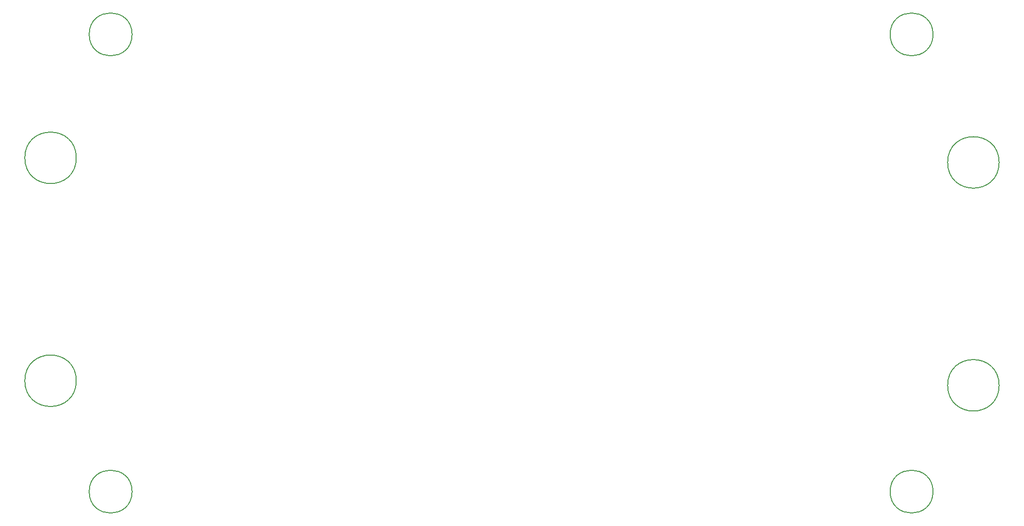
<source format=gbr>
%TF.GenerationSoftware,KiCad,Pcbnew,(6.0.9)*%
%TF.CreationDate,2023-02-19T12:57:17+02:00*%
%TF.ProjectId,Power,506f7765-722e-46b6-9963-61645f706362,rev?*%
%TF.SameCoordinates,Original*%
%TF.FileFunction,Other,Comment*%
%FSLAX46Y46*%
G04 Gerber Fmt 4.6, Leading zero omitted, Abs format (unit mm)*
G04 Created by KiCad (PCBNEW (6.0.9)) date 2023-02-19 12:57:17*
%MOMM*%
%LPD*%
G01*
G04 APERTURE LIST*
%ADD10C,0.150000*%
G04 APERTURE END LIST*
D10*
%TO.C,H3*%
X48750000Y-65000000D02*
G75*
G03*
X48750000Y-65000000I-3750000J0D01*
G01*
%TO.C,H1*%
X188750000Y-145000000D02*
G75*
G03*
X188750000Y-145000000I-3750000J0D01*
G01*
%TO.C,H9*%
X200300000Y-126400000D02*
G75*
G03*
X200300000Y-126400000I-4500000J0D01*
G01*
%TO.C,H4*%
X48750000Y-145000000D02*
G75*
G03*
X48750000Y-145000000I-3750000J0D01*
G01*
%TO.C,H11*%
X200300000Y-87400000D02*
G75*
G03*
X200300000Y-87400000I-4500000J0D01*
G01*
%TO.C,H10*%
X39000000Y-125600000D02*
G75*
G03*
X39000000Y-125600000I-4500000J0D01*
G01*
%TO.C,H12*%
X39000000Y-86600000D02*
G75*
G03*
X39000000Y-86600000I-4500000J0D01*
G01*
%TO.C,H2*%
X188750000Y-65000000D02*
G75*
G03*
X188750000Y-65000000I-3750000J0D01*
G01*
%TD*%
M02*

</source>
